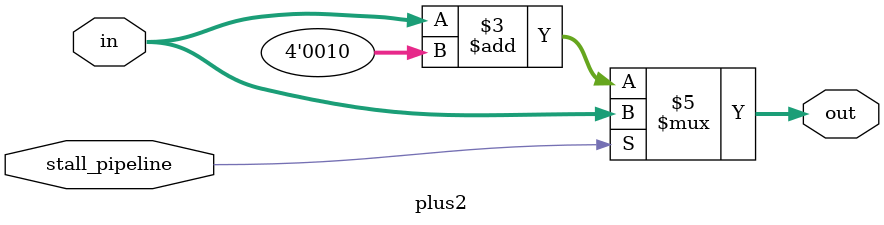
<source format=sv>
module plus2 #(parameter width = 16)
(
    input logic stall_pipeline,
    input [width-1:0] in,
    output logic [width-1:0] out
);

always_comb
begin
	if(stall_pipeline == 1)
		out = in;
	else
		out = in + 4'h2;
end
endmodule : plus2

</source>
